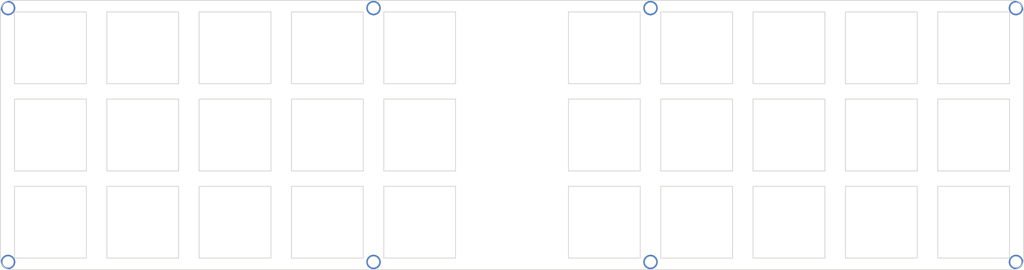
<source format=kicad_pcb>

            
(kicad_pcb (version 20171130) (host pcbnew 5.1.6)

  (page A3)
  (title_block
    (title plate)
    (rev v1.0.0)
    (company Unknown)
  )

  (general
    (thickness 1.6)
  )

  (layers
    (0 F.Cu signal)
    (31 B.Cu signal)
    (32 B.Adhes user)
    (33 F.Adhes user)
    (34 B.Paste user)
    (35 F.Paste user)
    (36 B.SilkS user)
    (37 F.SilkS user)
    (38 B.Mask user)
    (39 F.Mask user)
    (40 Dwgs.User user)
    (41 Cmts.User user)
    (42 Eco1.User user)
    (43 Eco2.User user)
    (44 Edge.Cuts user)
    (45 Margin user)
    (46 B.CrtYd user)
    (47 F.CrtYd user)
    (48 B.Fab user)
    (49 F.Fab user)
  )

  (setup
    (last_trace_width 0.25)
    (trace_clearance 0.2)
    (zone_clearance 0.508)
    (zone_45_only no)
    (trace_min 0.2)
    (via_size 0.8)
    (via_drill 0.4)
    (via_min_size 0.4)
    (via_min_drill 0.3)
    (uvia_size 0.3)
    (uvia_drill 0.1)
    (uvias_allowed no)
    (uvia_min_size 0.2)
    (uvia_min_drill 0.1)
    (edge_width 0.05)
    (segment_width 0.2)
    (pcb_text_width 0.3)
    (pcb_text_size 1.5 1.5)
    (mod_edge_width 0.12)
    (mod_text_size 1 1)
    (mod_text_width 0.15)
    (pad_size 1.524 1.524)
    (pad_drill 0.762)
    (pad_to_mask_clearance 0.05)
    (aux_axis_origin 0 0)
    (visible_elements FFFFFF7F)
    (pcbplotparams
      (layerselection 0x010fc_ffffffff)
      (usegerberextensions false)
      (usegerberattributes true)
      (usegerberadvancedattributes true)
      (creategerberjobfile true)
      (excludeedgelayer true)
      (linewidth 0.100000)
      (plotframeref false)
      (viasonmask false)
      (mode 1)
      (useauxorigin false)
      (hpglpennumber 1)
      (hpglpenspeed 20)
      (hpglpendiameter 15.000000)
      (psnegative false)
      (psa4output false)
      (plotreference true)
      (plotvalue true)
      (plotinvisibletext false)
      (padsonsilk false)
      (subtractmaskfromsilk false)
      (outputformat 1)
      (mirror false)
      (drillshape 1)
      (scaleselection 1)
      (outputdirectory ""))
  )

            (net 0 "")
            
  (net_class Default "This is the default net class."
    (clearance 0.2)
    (trace_width 0.25)
    (via_dia 0.8)
    (via_drill 0.4)
    (uvia_dia 0.3)
    (uvia_drill 0.1)
    (add_net "")
  )

            (module M2 (layer "F.Cu") (tedit 5F880A3E)
    (at -8.25 -41.75 0)
  (attr through_hole)
 

  (pad "1" thru_hole circle (at 0 0) (size 2.8 2.8) (drill 2.2) (layers *.Cu *.Mask) (tstamp 41c9d83b-325c-4159-a170-61d8654be338))
)

(module M2 (layer "F.Cu") (tedit 5F880A3E)
    (at -8.25 7.75 0)
  (attr through_hole)
 

  (pad "1" thru_hole circle (at 0 0) (size 2.8 2.8) (drill 2.2) (layers *.Cu *.Mask) (tstamp 41c9d83b-325c-4159-a170-61d8654be338))
)

(module M2 (layer "F.Cu") (tedit 5F880A3E)
    (at 63 -41.75 0)
  (attr through_hole)
 

  (pad "1" thru_hole circle (at 0 0) (size 2.8 2.8) (drill 2.2) (layers *.Cu *.Mask) (tstamp 41c9d83b-325c-4159-a170-61d8654be338))
)

(module M2 (layer "F.Cu") (tedit 5F880A3E)
    (at 63 7.75 0)
  (attr through_hole)
 

  (pad "1" thru_hole circle (at 0 0) (size 2.8 2.8) (drill 2.2) (layers *.Cu *.Mask) (tstamp 41c9d83b-325c-4159-a170-61d8654be338))
)

(module M2 (layer "F.Cu") (tedit 5F880A3E)
    (at 188.25 -41.75 0)
  (attr through_hole)
 

  (pad "1" thru_hole circle (at 0 0) (size 2.8 2.8) (drill 2.2) (layers *.Cu *.Mask) (tstamp 41c9d83b-325c-4159-a170-61d8654be338))
)

(module M2 (layer "F.Cu") (tedit 5F880A3E)
    (at 188.25 7.75 0)
  (attr through_hole)
 

  (pad "1" thru_hole circle (at 0 0) (size 2.8 2.8) (drill 2.2) (layers *.Cu *.Mask) (tstamp 41c9d83b-325c-4159-a170-61d8654be338))
)

(module M2 (layer "F.Cu") (tedit 5F880A3E)
    (at 117 -41.75 0)
  (attr through_hole)
 

  (pad "1" thru_hole circle (at 0 0) (size 2.8 2.8) (drill 2.2) (layers *.Cu *.Mask) (tstamp 41c9d83b-325c-4159-a170-61d8654be338))
)

(module M2 (layer "F.Cu") (tedit 5F880A3E)
    (at 117 7.75 0)
  (attr through_hole)
 

  (pad "1" thru_hole circle (at 0 0) (size 2.8 2.8) (drill 2.2) (layers *.Cu *.Mask) (tstamp 41c9d83b-325c-4159-a170-61d8654be338))
)

            (gr_line (start -7.75 9.25) (end 187.75 9.25) (angle 90) (layer Edge.Cuts) (width 0.15))
(gr_arc (start 187.75 7.25) (end 187.75 9.25) (angle -90) (layer Edge.Cuts) (width 0.15))
(gr_line (start 189.75 7.25) (end 189.75 -41.25) (angle 90) (layer Edge.Cuts) (width 0.15))
(gr_arc (start 187.75 -41.25) (end 189.75 -41.25) (angle -90) (layer Edge.Cuts) (width 0.15))
(gr_line (start 187.75 -43.25) (end -7.75 -43.25) (angle 90) (layer Edge.Cuts) (width 0.15))
(gr_arc (start -7.75 -41.25) (end -7.75 -43.25) (angle -90) (layer Edge.Cuts) (width 0.15))
(gr_line (start -9.75 -41.25) (end -9.75 7.25) (angle 90) (layer Edge.Cuts) (width 0.15))
(gr_arc (start -7.75 7.25) (end -9.75 7.25) (angle -90) (layer Edge.Cuts) (width 0.15))
(gr_line (start -7 7) (end 7 7) (angle 90) (layer Edge.Cuts) (width 0.15))
(gr_line (start 7 7) (end 7 -7) (angle 90) (layer Edge.Cuts) (width 0.15))
(gr_line (start 7 -7) (end -7 -7) (angle 90) (layer Edge.Cuts) (width 0.15))
(gr_line (start -7 -7) (end -7 7) (angle 90) (layer Edge.Cuts) (width 0.15))
(gr_line (start -7 -10) (end 7 -10) (angle 90) (layer Edge.Cuts) (width 0.15))
(gr_line (start 7 -10) (end 7 -24) (angle 90) (layer Edge.Cuts) (width 0.15))
(gr_line (start 7 -24) (end -7 -24) (angle 90) (layer Edge.Cuts) (width 0.15))
(gr_line (start -7 -24) (end -7 -10) (angle 90) (layer Edge.Cuts) (width 0.15))
(gr_line (start -7 -27) (end 7 -27) (angle 90) (layer Edge.Cuts) (width 0.15))
(gr_line (start 7 -27) (end 7 -41) (angle 90) (layer Edge.Cuts) (width 0.15))
(gr_line (start 7 -41) (end -7 -41) (angle 90) (layer Edge.Cuts) (width 0.15))
(gr_line (start -7 -41) (end -7 -27) (angle 90) (layer Edge.Cuts) (width 0.15))
(gr_line (start 11 7) (end 25 7) (angle 90) (layer Edge.Cuts) (width 0.15))
(gr_line (start 25 7) (end 25 -7) (angle 90) (layer Edge.Cuts) (width 0.15))
(gr_line (start 25 -7) (end 11 -7) (angle 90) (layer Edge.Cuts) (width 0.15))
(gr_line (start 11 -7) (end 11 7) (angle 90) (layer Edge.Cuts) (width 0.15))
(gr_line (start 11 -10) (end 25 -10) (angle 90) (layer Edge.Cuts) (width 0.15))
(gr_line (start 25 -10) (end 25 -24) (angle 90) (layer Edge.Cuts) (width 0.15))
(gr_line (start 25 -24) (end 11 -24) (angle 90) (layer Edge.Cuts) (width 0.15))
(gr_line (start 11 -24) (end 11 -10) (angle 90) (layer Edge.Cuts) (width 0.15))
(gr_line (start 11 -27) (end 25 -27) (angle 90) (layer Edge.Cuts) (width 0.15))
(gr_line (start 25 -27) (end 25 -41) (angle 90) (layer Edge.Cuts) (width 0.15))
(gr_line (start 25 -41) (end 11 -41) (angle 90) (layer Edge.Cuts) (width 0.15))
(gr_line (start 11 -41) (end 11 -27) (angle 90) (layer Edge.Cuts) (width 0.15))
(gr_line (start 29 7) (end 43 7) (angle 90) (layer Edge.Cuts) (width 0.15))
(gr_line (start 43 7) (end 43 -7) (angle 90) (layer Edge.Cuts) (width 0.15))
(gr_line (start 43 -7) (end 29 -7) (angle 90) (layer Edge.Cuts) (width 0.15))
(gr_line (start 29 -7) (end 29 7) (angle 90) (layer Edge.Cuts) (width 0.15))
(gr_line (start 29 -10) (end 43 -10) (angle 90) (layer Edge.Cuts) (width 0.15))
(gr_line (start 43 -10) (end 43 -24) (angle 90) (layer Edge.Cuts) (width 0.15))
(gr_line (start 43 -24) (end 29 -24) (angle 90) (layer Edge.Cuts) (width 0.15))
(gr_line (start 29 -24) (end 29 -10) (angle 90) (layer Edge.Cuts) (width 0.15))
(gr_line (start 29 -27) (end 43 -27) (angle 90) (layer Edge.Cuts) (width 0.15))
(gr_line (start 43 -27) (end 43 -41) (angle 90) (layer Edge.Cuts) (width 0.15))
(gr_line (start 43 -41) (end 29 -41) (angle 90) (layer Edge.Cuts) (width 0.15))
(gr_line (start 29 -41) (end 29 -27) (angle 90) (layer Edge.Cuts) (width 0.15))
(gr_line (start 47 7) (end 61 7) (angle 90) (layer Edge.Cuts) (width 0.15))
(gr_line (start 61 7) (end 61 -7) (angle 90) (layer Edge.Cuts) (width 0.15))
(gr_line (start 61 -7) (end 47 -7) (angle 90) (layer Edge.Cuts) (width 0.15))
(gr_line (start 47 -7) (end 47 7) (angle 90) (layer Edge.Cuts) (width 0.15))
(gr_line (start 47 -10) (end 61 -10) (angle 90) (layer Edge.Cuts) (width 0.15))
(gr_line (start 61 -10) (end 61 -24) (angle 90) (layer Edge.Cuts) (width 0.15))
(gr_line (start 61 -24) (end 47 -24) (angle 90) (layer Edge.Cuts) (width 0.15))
(gr_line (start 47 -24) (end 47 -10) (angle 90) (layer Edge.Cuts) (width 0.15))
(gr_line (start 47 -27) (end 61 -27) (angle 90) (layer Edge.Cuts) (width 0.15))
(gr_line (start 61 -27) (end 61 -41) (angle 90) (layer Edge.Cuts) (width 0.15))
(gr_line (start 61 -41) (end 47 -41) (angle 90) (layer Edge.Cuts) (width 0.15))
(gr_line (start 47 -41) (end 47 -27) (angle 90) (layer Edge.Cuts) (width 0.15))
(gr_line (start 65 7) (end 79 7) (angle 90) (layer Edge.Cuts) (width 0.15))
(gr_line (start 79 7) (end 79 -7) (angle 90) (layer Edge.Cuts) (width 0.15))
(gr_line (start 79 -7) (end 65 -7) (angle 90) (layer Edge.Cuts) (width 0.15))
(gr_line (start 65 -7) (end 65 7) (angle 90) (layer Edge.Cuts) (width 0.15))
(gr_line (start 65 -10) (end 79 -10) (angle 90) (layer Edge.Cuts) (width 0.15))
(gr_line (start 79 -10) (end 79 -24) (angle 90) (layer Edge.Cuts) (width 0.15))
(gr_line (start 79 -24) (end 65 -24) (angle 90) (layer Edge.Cuts) (width 0.15))
(gr_line (start 65 -24) (end 65 -10) (angle 90) (layer Edge.Cuts) (width 0.15))
(gr_line (start 65 -27) (end 79 -27) (angle 90) (layer Edge.Cuts) (width 0.15))
(gr_line (start 79 -27) (end 79 -41) (angle 90) (layer Edge.Cuts) (width 0.15))
(gr_line (start 79 -41) (end 65 -41) (angle 90) (layer Edge.Cuts) (width 0.15))
(gr_line (start 65 -41) (end 65 -27) (angle 90) (layer Edge.Cuts) (width 0.15))
(gr_line (start 173 7) (end 187 7) (angle 90) (layer Edge.Cuts) (width 0.15))
(gr_line (start 187 7) (end 187 -7) (angle 90) (layer Edge.Cuts) (width 0.15))
(gr_line (start 187 -7) (end 173 -7) (angle 90) (layer Edge.Cuts) (width 0.15))
(gr_line (start 173 -7) (end 173 7) (angle 90) (layer Edge.Cuts) (width 0.15))
(gr_line (start 173 -10) (end 187 -10) (angle 90) (layer Edge.Cuts) (width 0.15))
(gr_line (start 187 -10) (end 187 -24) (angle 90) (layer Edge.Cuts) (width 0.15))
(gr_line (start 187 -24) (end 173 -24) (angle 90) (layer Edge.Cuts) (width 0.15))
(gr_line (start 173 -24) (end 173 -10) (angle 90) (layer Edge.Cuts) (width 0.15))
(gr_line (start 173 -27) (end 187 -27) (angle 90) (layer Edge.Cuts) (width 0.15))
(gr_line (start 187 -27) (end 187 -41) (angle 90) (layer Edge.Cuts) (width 0.15))
(gr_line (start 187 -41) (end 173 -41) (angle 90) (layer Edge.Cuts) (width 0.15))
(gr_line (start 173 -41) (end 173 -27) (angle 90) (layer Edge.Cuts) (width 0.15))
(gr_line (start 155 7) (end 169 7) (angle 90) (layer Edge.Cuts) (width 0.15))
(gr_line (start 169 7) (end 169 -7) (angle 90) (layer Edge.Cuts) (width 0.15))
(gr_line (start 169 -7) (end 155 -7) (angle 90) (layer Edge.Cuts) (width 0.15))
(gr_line (start 155 -7) (end 155 7) (angle 90) (layer Edge.Cuts) (width 0.15))
(gr_line (start 155 -10) (end 169 -10) (angle 90) (layer Edge.Cuts) (width 0.15))
(gr_line (start 169 -10) (end 169 -24) (angle 90) (layer Edge.Cuts) (width 0.15))
(gr_line (start 169 -24) (end 155 -24) (angle 90) (layer Edge.Cuts) (width 0.15))
(gr_line (start 155 -24) (end 155 -10) (angle 90) (layer Edge.Cuts) (width 0.15))
(gr_line (start 155 -27) (end 169 -27) (angle 90) (layer Edge.Cuts) (width 0.15))
(gr_line (start 169 -27) (end 169 -41) (angle 90) (layer Edge.Cuts) (width 0.15))
(gr_line (start 169 -41) (end 155 -41) (angle 90) (layer Edge.Cuts) (width 0.15))
(gr_line (start 155 -41) (end 155 -27) (angle 90) (layer Edge.Cuts) (width 0.15))
(gr_line (start 137 7) (end 151 7) (angle 90) (layer Edge.Cuts) (width 0.15))
(gr_line (start 151 7) (end 151 -7) (angle 90) (layer Edge.Cuts) (width 0.15))
(gr_line (start 151 -7) (end 137 -7) (angle 90) (layer Edge.Cuts) (width 0.15))
(gr_line (start 137 -7) (end 137 7) (angle 90) (layer Edge.Cuts) (width 0.15))
(gr_line (start 137 -10) (end 151 -10) (angle 90) (layer Edge.Cuts) (width 0.15))
(gr_line (start 151 -10) (end 151 -24) (angle 90) (layer Edge.Cuts) (width 0.15))
(gr_line (start 151 -24) (end 137 -24) (angle 90) (layer Edge.Cuts) (width 0.15))
(gr_line (start 137 -24) (end 137 -10) (angle 90) (layer Edge.Cuts) (width 0.15))
(gr_line (start 137 -27) (end 151 -27) (angle 90) (layer Edge.Cuts) (width 0.15))
(gr_line (start 151 -27) (end 151 -41) (angle 90) (layer Edge.Cuts) (width 0.15))
(gr_line (start 151 -41) (end 137 -41) (angle 90) (layer Edge.Cuts) (width 0.15))
(gr_line (start 137 -41) (end 137 -27) (angle 90) (layer Edge.Cuts) (width 0.15))
(gr_line (start 119 7) (end 133 7) (angle 90) (layer Edge.Cuts) (width 0.15))
(gr_line (start 133 7) (end 133 -7) (angle 90) (layer Edge.Cuts) (width 0.15))
(gr_line (start 133 -7) (end 119 -7) (angle 90) (layer Edge.Cuts) (width 0.15))
(gr_line (start 119 -7) (end 119 7) (angle 90) (layer Edge.Cuts) (width 0.15))
(gr_line (start 119 -10) (end 133 -10) (angle 90) (layer Edge.Cuts) (width 0.15))
(gr_line (start 133 -10) (end 133 -24) (angle 90) (layer Edge.Cuts) (width 0.15))
(gr_line (start 133 -24) (end 119 -24) (angle 90) (layer Edge.Cuts) (width 0.15))
(gr_line (start 119 -24) (end 119 -10) (angle 90) (layer Edge.Cuts) (width 0.15))
(gr_line (start 119 -27) (end 133 -27) (angle 90) (layer Edge.Cuts) (width 0.15))
(gr_line (start 133 -27) (end 133 -41) (angle 90) (layer Edge.Cuts) (width 0.15))
(gr_line (start 133 -41) (end 119 -41) (angle 90) (layer Edge.Cuts) (width 0.15))
(gr_line (start 119 -41) (end 119 -27) (angle 90) (layer Edge.Cuts) (width 0.15))
(gr_line (start 101 7) (end 115 7) (angle 90) (layer Edge.Cuts) (width 0.15))
(gr_line (start 115 7) (end 115 -7) (angle 90) (layer Edge.Cuts) (width 0.15))
(gr_line (start 115 -7) (end 101 -7) (angle 90) (layer Edge.Cuts) (width 0.15))
(gr_line (start 101 -7) (end 101 7) (angle 90) (layer Edge.Cuts) (width 0.15))
(gr_line (start 101 -10) (end 115 -10) (angle 90) (layer Edge.Cuts) (width 0.15))
(gr_line (start 115 -10) (end 115 -24) (angle 90) (layer Edge.Cuts) (width 0.15))
(gr_line (start 115 -24) (end 101 -24) (angle 90) (layer Edge.Cuts) (width 0.15))
(gr_line (start 101 -24) (end 101 -10) (angle 90) (layer Edge.Cuts) (width 0.15))
(gr_line (start 101 -27) (end 115 -27) (angle 90) (layer Edge.Cuts) (width 0.15))
(gr_line (start 115 -27) (end 115 -41) (angle 90) (layer Edge.Cuts) (width 0.15))
(gr_line (start 115 -41) (end 101 -41) (angle 90) (layer Edge.Cuts) (width 0.15))
(gr_line (start 101 -41) (end 101 -27) (angle 90) (layer Edge.Cuts) (width 0.15))
            
)

        
</source>
